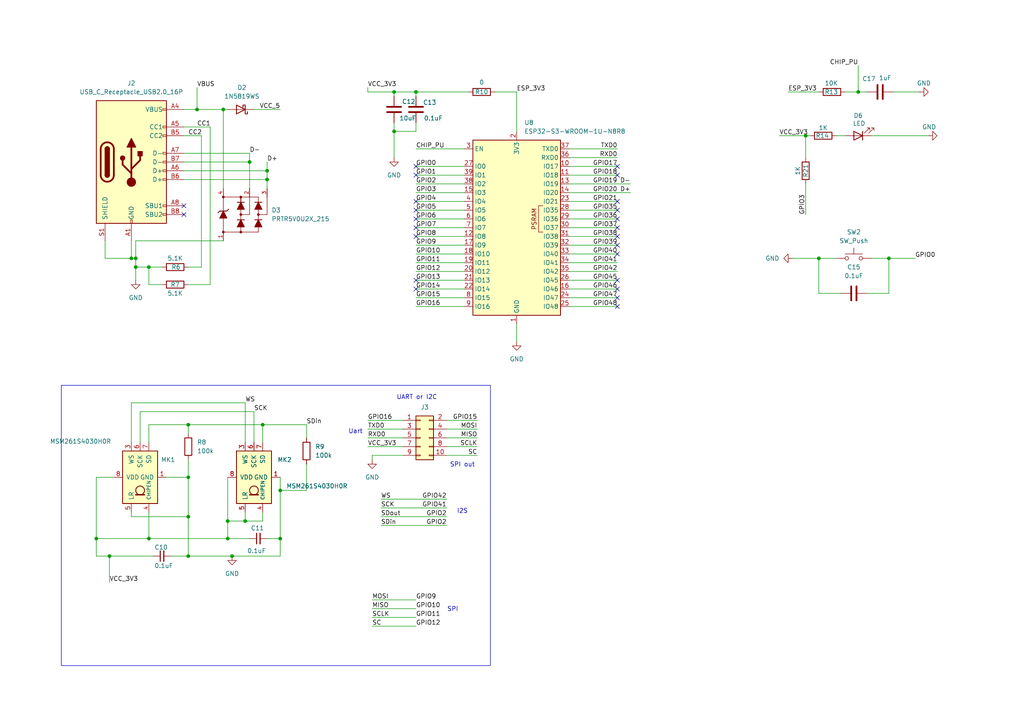
<source format=kicad_sch>
(kicad_sch (version 20231120) (generator "eeschema") (generator_version "8.0")
  (paper "A4")
  (lib_symbols
    (symbol "CMM-4030D-261-I2S-TR:CMM-4030D-261-I2S-TR" (pin_names (offset 1.016))
      (property "Reference" "MK" (at -6.35 4.826 0))
      (property "Value" "CMM-4030D-261-I2S-TR" (at 2.794 -9.144 0))
      (symbol "CMM-4030D-261-I2S-TR_1_0"
        (pin input line (at -8.89 -3.81 0) (length 2.54) (name "CHIPEN") (number "4"))
      )
      (symbol "CMM-4030D-261-I2S-TR_1_1"
        (rectangle (start -6.35 3.81) (end 8.89 -6.35) (stroke (width 0.254)) (fill (type background)))
        (circle (center -2.54 -1.27) (radius 1.27) (stroke (width 0.254)))
        (polyline (pts (xy -3.81 0) (xy -3.81 -2.54)) (stroke (width 0.381)))
        (pin power_in line (at 1.27 -8.89 90) (length 2.54) (name "GND") (number "1"))
        (pin input line (at 11.43 1.27 180) (length 2.54) (name "WS") (number "3"))
        (pin input line (at -8.89 1.27 0) (length 2.54) (name "LR") (number "5"))
        (pin input line (at 11.43 -1.27 180) (length 2.54) (name "SCK") (number "6"))
        (pin output line (at 11.43 -3.81 180) (length 2.54) (name "SD") (number "7"))
        (pin power_in line (at 1.27 6.35 270) (length 2.54) (name "VDD") (number "8"))
      )
    )
    (symbol "Connector:USB_C_Receptacle_USB2.0_16P" (pin_names (offset 1.016))
      (property "Reference" "J" (at 0 22.225 0))
      (property "Value" "USB_C_Receptacle_USB2.0_16P" (at 0 19.685 0))
      (symbol "USB_C_Receptacle_USB2.0_16P_0_0"
        (rectangle (start -0.254 -17.78) (end 0.254 -16.764))
        (rectangle (start 10.16 -14.986) (end 9.144 -15.494))
        (rectangle (start 10.16 -12.446) (end 9.144 -12.954))
        (rectangle (start 10.16 -4.826) (end 9.144 -5.334))
        (rectangle (start 10.16 -2.286) (end 9.144 -2.794))
        (rectangle (start 10.16 0.254) (end 9.144 -0.254))
        (rectangle (start 10.16 2.794) (end 9.144 2.286))
        (rectangle (start 10.16 7.874) (end 9.144 7.366))
        (rectangle (start 10.16 10.414) (end 9.144 9.906))
        (rectangle (start 10.16 15.494) (end 9.144 14.986))
      )
      (symbol "USB_C_Receptacle_USB2.0_16P_0_1"
        (rectangle (start -10.16 17.78) (end 10.16 -17.78) (stroke (width 0.254)) (fill (type background)))
        (arc (start -8.89 -3.81) (mid -6.985 -5.7067) (end -5.08 -3.81) (stroke (width 0.508)))
        (arc (start -7.62 -3.81) (mid -6.985 -4.4423) (end -6.35 -3.81) (stroke (width 0.254)))
        (arc (start -7.62 -3.81) (mid -6.985 -4.4423) (end -6.35 -3.81) (stroke (width 0.254)) (fill (type outline)))
        (rectangle (start -7.62 -3.81) (end -6.35 3.81) (stroke (width 0.254)) (fill (type outline)))
        (arc (start -6.35 3.81) (mid -6.985 4.4423) (end -7.62 3.81) (stroke (width 0.254)))
        (arc (start -6.35 3.81) (mid -6.985 4.4423) (end -7.62 3.81) (stroke (width 0.254)) (fill (type outline)))
        (arc (start -5.08 3.81) (mid -6.985 5.7067) (end -8.89 3.81) (stroke (width 0.508)))
        (circle (center -2.54 1.143) (radius 0.635) (stroke (width 0.254)) (fill (type outline)))
        (circle (center 0 -5.842) (radius 1.27) (fill (type outline)))
        (polyline (pts (xy -8.89 -3.81) (xy -8.89 3.81)) (stroke (width 0.508)))
        (polyline (pts (xy -5.08 3.81) (xy -5.08 -3.81)) (stroke (width 0.508)))
        (polyline (pts (xy 0 -5.842) (xy 0 4.318)) (stroke (width 0.508)))
        (polyline (pts (xy 0 -3.302) (xy -2.54 -0.762) (xy -2.54 0.508)) (stroke (width 0.508)))
        (polyline (pts (xy 0 -2.032) (xy 2.54 0.508) (xy 2.54 1.778)) (stroke (width 0.508)))
        (polyline (pts (xy -1.27 4.318) (xy 0 6.858) (xy 1.27 4.318) (xy -1.27 4.318)) (stroke (width 0.254)) (fill (type outline)))
        (rectangle (start 1.905 1.778) (end 3.175 3.048) (stroke (width 0.254)) (fill (type outline)))
      )
      (symbol "USB_C_Receptacle_USB2.0_16P_1_1"
        (pin passive line (at 0 -22.86 90) (length 5.08) (name "GND") (number "A1"))
        (pin passive line (at 0 -22.86 90) (length 5.08) hide (name "GND") (number "A12"))
        (pin passive line (at 15.24 15.24 180) (length 5.08) (name "VBUS") (number "A4"))
        (pin bidirectional line (at 15.24 10.16 180) (length 5.08) (name "CC1") (number "A5"))
        (pin bidirectional line (at 15.24 -2.54 180) (length 5.08) (name "D+") (number "A6"))
        (pin bidirectional line (at 15.24 2.54 180) (length 5.08) (name "D-") (number "A7"))
        (pin bidirectional line (at 15.24 -12.7 180) (length 5.08) (name "SBU1") (number "A8"))
        (pin passive line (at 15.24 15.24 180) (length 5.08) hide (name "VBUS") (number "A9"))
        (pin passive line (at 0 -22.86 90) (length 5.08) hide (name "GND") (number "B1"))
        (pin passive line (at 0 -22.86 90) (length 5.08) hide (name "GND") (number "B12"))
        (pin passive line (at 15.24 15.24 180) (length 5.08) hide (name "VBUS") (number "B4"))
        (pin bidirectional line (at 15.24 7.62 180) (length 5.08) (name "CC2") (number "B5"))
        (pin bidirectional line (at 15.24 -5.08 180) (length 5.08) (name "D+") (number "B6"))
        (pin bidirectional line (at 15.24 0 180) (length 5.08) (name "D-") (number "B7"))
        (pin bidirectional line (at 15.24 -15.24 180) (length 5.08) (name "SBU2") (number "B8"))
        (pin passive line (at 15.24 15.24 180) (length 5.08) hide (name "VBUS") (number "B9"))
        (pin passive line (at -7.62 -22.86 90) (length 5.08) (name "SHIELD") (number "S1"))
      )
    )
    (symbol "Connector_Generic:Conn_02x05_Odd_Even" (pin_names (offset 1.016) hide)
      (property "Reference" "J" (at 1.27 7.62 0))
      (property "Value" "Conn_02x05_Odd_Even" (at 1.27 -7.62 0))
      (symbol "Conn_02x05_Odd_Even_1_1"
        (rectangle (start -1.27 -4.953) (end 0 -5.207) (stroke (width 0.1524)))
        (rectangle (start -1.27 -2.413) (end 0 -2.667) (stroke (width 0.1524)))
        (rectangle (start -1.27 0.127) (end 0 -0.127) (stroke (width 0.1524)))
        (rectangle (start -1.27 2.667) (end 0 2.413) (stroke (width 0.1524)))
        (rectangle (start -1.27 5.207) (end 0 4.953) (stroke (width 0.1524)))
        (rectangle (start -1.27 6.35) (end 3.81 -6.35) (stroke (width 0.254)) (fill (type background)))
        (rectangle (start 3.81 -4.953) (end 2.54 -5.207) (stroke (width 0.1524)))
        (rectangle (start 3.81 -2.413) (end 2.54 -2.667) (stroke (width 0.1524)))
        (rectangle (start 3.81 0.127) (end 2.54 -0.127) (stroke (width 0.1524)))
        (rectangle (start 3.81 2.667) (end 2.54 2.413) (stroke (width 0.1524)))
        (rectangle (start 3.81 5.207) (end 2.54 4.953) (stroke (width 0.1524)))
        (pin passive line (at -5.08 5.08 0) (length 3.81) (name "Pin_1") (number "1"))
        (pin passive line (at 7.62 -5.08 180) (length 3.81) (name "Pin_10") (number "10"))
        (pin passive line (at 7.62 5.08 180) (length 3.81) (name "Pin_2") (number "2"))
        (pin passive line (at -5.08 2.54 0) (length 3.81) (name "Pin_3") (number "3"))
        (pin passive line (at 7.62 2.54 180) (length 3.81) (name "Pin_4") (number "4"))
        (pin passive line (at -5.08 0 0) (length 3.81) (name "Pin_5") (number "5"))
        (pin passive line (at 7.62 0 180) (length 3.81) (name "Pin_6") (number "6"))
        (pin passive line (at -5.08 -2.54 0) (length 3.81) (name "Pin_7") (number "7"))
        (pin passive line (at 7.62 -2.54 180) (length 3.81) (name "Pin_8") (number "8"))
        (pin passive line (at -5.08 -5.08 0) (length 3.81) (name "Pin_9") (number "9"))
      )
    )
    (symbol "Device:C" (pin_numbers hide) (pin_names (offset 0.254))
      (property "Reference" "C" (at 0.635 2.54 0))
      (property "Value" "C" (at 0.635 -2.54 0))
      (symbol "C_0_1"
        (polyline (pts (xy -2.032 -0.762) (xy 2.032 -0.762)) (stroke (width 0.508)))
        (polyline (pts (xy -2.032 0.762) (xy 2.032 0.762)) (stroke (width 0.508)))
      )
      (symbol "C_1_1"
        (pin passive line (at 0 3.81 270) (length 2.794) (name "~") (number "1"))
        (pin passive line (at 0 -3.81 90) (length 2.794) (name "~") (number "2"))
      )
    )
    (symbol "Device:C_Small" (pin_numbers hide) (pin_names (offset 0.254) hide)
      (property "Reference" "C" (at 0.254 1.778 0))
      (property "Value" "C_Small" (at 0.254 -2.032 0))
      (symbol "C_Small_0_1"
        (polyline (pts (xy -1.524 -0.508) (xy 1.524 -0.508)) (stroke (width 0.3302)))
        (polyline (pts (xy -1.524 0.508) (xy 1.524 0.508)) (stroke (width 0.3048)))
      )
      (symbol "C_Small_1_1"
        (pin passive line (at 0 2.54 270) (length 2.032) (name "~") (number "1"))
        (pin passive line (at 0 -2.54 90) (length 2.032) (name "~") (number "2"))
      )
    )
    (symbol "Device:LED" (pin_numbers hide) (pin_names (offset 1.016) hide)
      (property "Reference" "D" (at 0 2.54 0))
      (property "Value" "LED" (at 0 -2.54 0))
      (symbol "LED_0_1"
        (polyline (pts (xy -1.27 -1.27) (xy -1.27 1.27)) (stroke (width 0.254)))
        (polyline (pts (xy -1.27 0) (xy 1.27 0)))
        (polyline (pts (xy 1.27 -1.27) (xy 1.27 1.27) (xy -1.27 0) (xy 1.27 -1.27)) (stroke (width 0.254)))
        (polyline (pts (xy -3.048 -0.762) (xy -4.572 -2.286) (xy -3.81 -2.286) (xy -4.572 -2.286) (xy -4.572 -1.524)))
        (polyline (pts (xy -1.778 -0.762) (xy -3.302 -2.286) (xy -2.54 -2.286) (xy -3.302 -2.286) (xy -3.302 -1.524)))
      )
      (symbol "LED_1_1"
        (pin passive line (at -3.81 0 0) (length 2.54) (name "K") (number "1"))
        (pin passive line (at 3.81 0 180) (length 2.54) (name "A") (number "2"))
      )
    )
    (symbol "Device:R" (pin_numbers hide) (pin_names (offset 0))
      (property "Reference" "R" (at 2.032 0 90))
      (property "Value" "R" (at 0 0 90))
      (symbol "R_0_1"
        (rectangle (start -1.016 -2.54) (end 1.016 2.54) (stroke (width 0.254)))
      )
      (symbol "R_1_1"
        (pin passive line (at 0 3.81 270) (length 1.27) (name "~") (number "1"))
        (pin passive line (at 0 -3.81 90) (length 1.27) (name "~") (number "2"))
      )
    )
    (symbol "Diode:1N5819WS" (pin_numbers hide) (pin_names (offset 1.016) hide)
      (property "Reference" "D" (at 0 2.54 0))
      (property "Value" "1N5819WS" (at 0 -2.54 0))
      (symbol "1N5819WS_0_1"
        (polyline (pts (xy 1.27 0) (xy -1.27 0)))
        (polyline (pts (xy 1.27 1.27) (xy 1.27 -1.27) (xy -1.27 0) (xy 1.27 1.27)) (stroke (width 0.254)))
        (polyline (pts (xy -1.905 0.635) (xy -1.905 1.27) (xy -1.27 1.27) (xy -1.27 -1.27) (xy -0.635 -1.27) (xy -0.635 -0.635)) (stroke (width 0.254)))
      )
      (symbol "1N5819WS_1_1"
        (pin passive line (at -3.81 0 0) (length 2.54) (name "K") (number "1"))
        (pin passive line (at 3.81 0 180) (length 2.54) (name "A") (number "2"))
      )
    )
    (symbol "PRTR5V0U2X_215:PRTR5V0U2X_215" (pin_names (offset 1.016))
      (property "Reference" "D" (at -2.5474 -7.5404 0))
      (property "Value" "PRTR5V0U2X_215" (at -2.543 -10.3245 0))
      (symbol "PRTR5V0U2X_215_0_0"
        (circle (center -5.08 -5.08) (radius 0.254) (stroke (width 0.254)))
        (circle (center -5.08 5.08) (radius 0.254) (stroke (width 0.254)))
        (circle (center 0 -5.08) (radius 0.254) (stroke (width 0.254)))
        (polyline (pts (xy -6.096 1.016) (xy -6.604 0.508)) (stroke (width 0.254)))
        (polyline (pts (xy -6.096 1.016) (xy -5.08 1.016)) (stroke (width 0.254)))
        (polyline (pts (xy -5.08 -1.016) (xy -5.08 -7.62)) (stroke (width 0.1524)))
        (polyline (pts (xy -5.08 1.016) (xy -5.08 7.62)) (stroke (width 0.1524)))
        (polyline (pts (xy -5.08 1.016) (xy -4.064 1.016)) (stroke (width 0.254)))
        (polyline (pts (xy -4.064 1.016) (xy -3.556 1.524)) (stroke (width 0.254)))
        (polyline (pts (xy -1.016 -1.524) (xy 0 -1.524)) (stroke (width 0.254)))
        (polyline (pts (xy -1.016 3.556) (xy 0 3.556)) (stroke (width 0.254)))
        (polyline (pts (xy 0 -5.08) (xy -5.08 -5.08)) (stroke (width 0.1524)))
        (polyline (pts (xy 0 -3.556) (xy 0 -5.08)) (stroke (width 0.1524)))
        (polyline (pts (xy 0 -1.524) (xy 0 0)) (stroke (width 0.1524)))
        (polyline (pts (xy 0 -1.524) (xy 1.016 -1.524)) (stroke (width 0.254)))
        (polyline (pts (xy 0 0) (xy 0 1.524)) (stroke (width 0.1524)))
        (polyline (pts (xy 0 0) (xy 2.54 0)) (stroke (width 0.1524)))
        (polyline (pts (xy 0 3.556) (xy 0 5.08)) (stroke (width 0.254)))
        (polyline (pts (xy 0 3.556) (xy 1.016 3.556)) (stroke (width 0.254)))
        (polyline (pts (xy 0 5.08) (xy -5.08 5.08)) (stroke (width 0.1524)))
        (polyline (pts (xy 2.54 0) (xy 2.54 7.62)) (stroke (width 0.1524)))
        (polyline (pts (xy 4.064 -1.524) (xy 5.08 -1.524)) (stroke (width 0.254)))
        (polyline (pts (xy 4.064 3.556) (xy 5.08 3.556)) (stroke (width 0.254)))
        (polyline (pts (xy 5.08 -5.08) (xy 0 -5.08)) (stroke (width 0.1524)))
        (polyline (pts (xy 5.08 -3.556) (xy 5.08 -5.08)) (stroke (width 0.1524)))
        (polyline (pts (xy 5.08 -1.524) (xy 5.08 0)) (stroke (width 0.1524)))
        (polyline (pts (xy 5.08 -1.524) (xy 6.096 -1.524)) (stroke (width 0.254)))
        (polyline (pts (xy 5.08 0) (xy 5.08 1.524)) (stroke (width 0.1524)))
        (polyline (pts (xy 5.08 0) (xy 7.62 0)) (stroke (width 0.1524)))
        (polyline (pts (xy 5.08 3.556) (xy 5.08 5.08)) (stroke (width 0.1524)))
        (polyline (pts (xy 5.08 3.556) (xy 6.096 3.556)) (stroke (width 0.254)))
        (polyline (pts (xy 5.08 5.08) (xy 0 5.08)) (stroke (width 0.1524)))
        (polyline (pts (xy 7.62 0) (xy 7.62 7.62)) (stroke (width 0.1524)))
        (polyline (pts (xy -6.096 -1.016) (xy -5.08 1.016) (xy -4.064 -1.016) (xy -6.096 -1.016)) (stroke (width 0.254)) (fill (type outline)))
        (polyline (pts (xy -1.016 -3.556) (xy 0 -1.524) (xy 1.016 -3.556) (xy -1.016 -3.556)) (stroke (width 0.254)) (fill (type outline)))
        (polyline (pts (xy -1.016 1.524) (xy 0 3.556) (xy 1.016 1.524) (xy -1.016 1.524)) (stroke (width 0.254)) (fill (type outline)))
        (polyline (pts (xy 4.064 -3.556) (xy 5.08 -1.524) (xy 6.096 -3.556) (xy 4.064 -3.556)) (stroke (width 0.254)) (fill (type outline)))
        (polyline (pts (xy 4.064 1.524) (xy 5.08 3.556) (xy 6.096 1.524) (xy 4.064 1.524)) (stroke (width 0.254)) (fill (type outline)))
        (circle (center 0 0) (radius 0.254) (stroke (width 0.254)))
        (circle (center 0 5.08) (radius 0.254) (stroke (width 0.254)))
        (circle (center 5.08 0) (radius 0.254) (stroke (width 0.254)))
        (pin passive line (at -5.08 -7.62 90) (length 2.54) (name "~") (number "1"))
        (pin passive line (at 2.54 7.62 270) (length 2.54) (name "~") (number "2"))
        (pin passive line (at 7.62 7.62 270) (length 2.54) (name "~") (number "3"))
        (pin passive line (at -5.08 7.62 270) (length 2.54) (name "~") (number "4"))
      )
    )
    (symbol "RF_Module:ESP32-S3-WROOM-1"
      (property "Reference" "U" (at -12.7 26.67 0))
      (property "Value" "ESP32-S3-WROOM-1" (at 12.7 26.67 0))
      (symbol "ESP32-S3-WROOM-1_0_0"
        (rectangle (start -12.7 25.4) (end 12.7 -25.4) (stroke (width 0.254)) (fill (type background)))
        (text "PSRAM" (at 5.08 2.54 900) (effects (font (size 1.27 1.27))))
      )
      (symbol "ESP32-S3-WROOM-1_0_1"
        (polyline (pts (xy 7.62 -1.27) (xy 6.35 -1.27) (xy 6.35 6.35) (xy 7.62 6.35)))
      )
      (symbol "ESP32-S3-WROOM-1_1_1"
        (pin power_in line (at 0 -27.94 90) (length 2.54) (name "GND") (number "1"))
        (pin bidirectional line (at 15.24 17.78 180) (length 2.54) (name "IO17") (number "10"))
        (pin bidirectional line (at 15.24 15.24 180) (length 2.54) (name "IO18") (number "11"))
        (pin bidirectional line (at -15.24 -2.54 0) (length 2.54) (name "IO8") (number "12"))
        (pin bidirectional line (at 15.24 12.7 180) (length 2.54) (name "IO19") (number "13"))
        (pin bidirectional line (at 15.24 10.16 180) (length 2.54) (name "IO20") (number "14"))
        (pin bidirectional line (at -15.24 10.16 0) (length 2.54) (name "IO3") (number "15"))
        (pin bidirectional line (at 15.24 -17.78 180) (length 2.54) (name "IO46") (number "16"))
        (pin bidirectional line (at -15.24 -5.08 0) (length 2.54) (name "IO9") (number "17"))
        (pin bidirectional line (at -15.24 -7.62 0) (length 2.54) (name "IO10") (number "18"))
        (pin bidirectional line (at -15.24 -10.16 0) (length 2.54) (name "IO11") (number "19"))
        (pin power_in line (at 0 27.94 270) (length 2.54) (name "3V3") (number "2"))
        (pin bidirectional line (at -15.24 -12.7 0) (length 2.54) (name "IO12") (number "20"))
        (pin bidirectional line (at -15.24 -15.24 0) (length 2.54) (name "IO13") (number "21"))
        (pin bidirectional line (at -15.24 -17.78 0) (length 2.54) (name "IO14") (number "22"))
        (pin bidirectional line (at 15.24 7.62 180) (length 2.54) (name "IO21") (number "23"))
        (pin bidirectional line (at 15.24 -20.32 180) (length 2.54) (name "IO47") (number "24"))
        (pin bidirectional line (at 15.24 -22.86 180) (length 2.54) (name "IO48") (number "25"))
        (pin bidirectional line (at 15.24 -15.24 180) (length 2.54) (name "IO45") (number "26"))
        (pin bidirectional line (at -15.24 17.78 0) (length 2.54) (name "IO0") (number "27"))
        (pin bidirectional line (at 15.24 5.08 180) (length 2.54) (name "IO35") (number "28"))
        (pin bidirectional line (at 15.24 2.54 180) (length 2.54) (name "IO36") (number "29"))
        (pin input line (at -15.24 22.86 0) (length 2.54) (name "EN") (number "3"))
        (pin bidirectional line (at 15.24 0 180) (length 2.54) (name "IO37") (number "30"))
        (pin bidirectional line (at 15.24 -2.54 180) (length 2.54) (name "IO38") (number "31"))
        (pin bidirectional line (at 15.24 -5.08 180) (length 2.54) (name "IO39") (number "32"))
        (pin bidirectional line (at 15.24 -7.62 180) (length 2.54) (name "IO40") (number "33"))
        (pin bidirectional line (at 15.24 -10.16 180) (length 2.54) (name "IO41") (number "34"))
        (pin bidirectional line (at 15.24 -12.7 180) (length 2.54) (name "IO42") (number "35"))
        (pin bidirectional line (at 15.24 20.32 180) (length 2.54) (name "RXD0") (number "36"))
        (pin bidirectional line (at 15.24 22.86 180) (length 2.54) (name "TXD0") (number "37"))
        (pin bidirectional line (at -15.24 12.7 0) (length 2.54) (name "IO2") (number "38"))
        (pin bidirectional line (at -15.24 15.24 0) (length 2.54) (name "IO1") (number "39"))
        (pin bidirectional line (at -15.24 7.62 0) (length 2.54) (name "IO4") (number "4"))
        (pin passive line (at 0 -27.94 90) (length 2.54) hide (name "GND") (number "40"))
        (pin passive line (at 0 -27.94 90) (length 2.54) hide (name "GND") (number "41"))
        (pin bidirectional line (at -15.24 5.08 0) (length 2.54) (name "IO5") (number "5"))
        (pin bidirectional line (at -15.24 2.54 0) (length 2.54) (name "IO6") (number "6"))
        (pin bidirectional line (at -15.24 0 0) (length 2.54) (name "IO7") (number "7"))
        (pin bidirectional line (at -15.24 -20.32 0) (length 2.54) (name "IO15") (number "8"))
        (pin bidirectional line (at -15.24 -22.86 0) (length 2.54) (name "IO16") (number "9"))
      )
    )
    (symbol "Switch:SW_Push" (pin_numbers hide) (pin_names (offset 1.016) hide)
      (property "Reference" "SW" (at 1.27 2.54 0))
      (property "Value" "SW_Push" (at 0 -1.524 0))
      (symbol "SW_Push_0_1"
        (circle (center -2.032 0) (radius 0.508))
        (polyline (pts (xy 0 1.27) (xy 0 3.048)))
        (polyline (pts (xy 2.54 1.27) (xy -2.54 1.27)))
        (circle (center 2.032 0) (radius 0.508))
        (pin passive line (at -5.08 0 0) (length 2.54) (name "1") (number "1"))
        (pin passive line (at 5.08 0 180) (length 2.54) (name "2") (number "2"))
      )
    )
    (symbol "power:GND" (power) (pin_numbers hide) (pin_names (offset 0) hide)
      (property "Value" "GND" (at 0 -3.81 0))
      (symbol "GND_0_1"
        (polyline (pts (xy 0 0) (xy 0 -1.27) (xy 1.27 -1.27) (xy 0 -2.54) (xy -1.27 -1.27) (xy 0 -1.27)))
      )
      (symbol "GND_1_1"
        (pin power_in line (at 0 0 270) (length 0) (name "~") (number "1"))
      )
    )
  )
  (junction (at 54.61 123.19))
  (junction (at 43.18 156.21))
  (junction (at 77.47 52.07))
  (junction (at 114.3 38.1))
  (junction (at 233.68 39.37))
  (junction (at 114.3 26.67))
  (junction (at 39.37 77.47))
  (junction (at 77.47 49.53))
  (junction (at 120.65 26.67))
  (junction (at 54.61 149.86))
  (junction (at 248.92 26.67))
  (junction (at 71.12 151.13))
  (junction (at 39.37 74.93))
  (junction (at 43.18 77.47))
  (junction (at 66.04 156.21))
  (junction (at 64.77 31.75))
  (junction (at 57.15 31.75))
  (junction (at 38.1 74.93))
  (junction (at 31.75 161.29))
  (junction (at 72.39 46.99))
  (junction (at 54.61 138.43))
  (junction (at 81.28 142.24))
  (junction (at 237.49 74.93))
  (junction (at 81.28 156.21))
  (junction (at 76.2 123.19))
  (junction (at 66.04 151.13))
  (junction (at 67.31 161.29))
  (junction (at 27.94 156.21))
  (junction (at 257.81 74.93))
  (junction (at 54.61 161.29))
  (no_connect (at 179.07 48.26))
  (no_connect (at 179.07 68.58))
  (no_connect (at 120.65 50.8))
  (no_connect (at 120.65 58.42))
  (no_connect (at 179.07 66.04))
  (no_connect (at 120.65 66.04))
  (no_connect (at 120.65 48.26))
  (no_connect (at 179.07 86.36))
  (no_connect (at 120.65 83.82))
  (no_connect (at 179.07 81.28))
  (no_connect (at 53.34 59.69))
  (no_connect (at 179.07 58.42))
  (no_connect (at 179.07 60.96))
  (no_connect (at 120.65 63.5))
  (no_connect (at 53.34 62.23))
  (no_connect (at 179.07 50.8))
  (no_connect (at 179.07 71.12))
  (no_connect (at 179.07 63.5))
  (no_connect (at 179.07 73.66))
  (no_connect (at 120.65 81.28))
  (no_connect (at 120.65 68.58))
  (no_connect (at 179.07 83.82))
  (no_connect (at 120.65 60.96))
  (no_connect (at 179.07 88.9))
  (wire (pts (xy 64.77 31.75) (xy 64.77 54.61)))
  (wire (pts (xy 38.1 149.86) (xy 38.1 148.59)))
  (wire (pts (xy 233.68 62.23) (xy 233.68 53.34)))
  (wire (pts (xy 107.95 181.61) (xy 120.65 181.61)))
  (wire (pts (xy 38.1 69.85) (xy 38.1 74.93)))
  (wire (pts (xy 107.95 132.08) (xy 107.95 133.35)))
  (wire (pts (xy 60.96 82.55) (xy 54.61 82.55)))
  (wire (pts (xy 39.37 69.85) (xy 64.77 69.85)))
  (wire (pts (xy 114.3 35.56) (xy 114.3 38.1)))
  (wire (pts (xy 106.68 127) (xy 116.84 127)))
  (wire (pts (xy 43.18 156.21) (xy 66.04 156.21)))
  (wire (pts (xy 76.2 123.19) (xy 88.9 123.19)))
  (wire (pts (xy 27.94 161.29) (xy 27.94 156.21)))
  (wire (pts (xy 116.84 121.92) (xy 106.68 121.92)))
  (wire (pts (xy 179.07 50.8) (xy 165.1 50.8)))
  (wire (pts (xy 237.49 74.93) (xy 237.49 85.09)))
  (wire (pts (xy 106.68 26.67) (xy 114.3 26.67)))
  (wire (pts (xy 66.04 151.13) (xy 66.04 138.43)))
  (wire (pts (xy 43.18 82.55) (xy 43.18 77.47)))
  (wire (pts (xy 33.02 138.43) (xy 27.94 138.43)))
  (wire (pts (xy 114.3 26.67) (xy 120.65 26.67)))
  (wire (pts (xy 43.18 128.27) (xy 43.18 123.19)))
  (wire (pts (xy 48.26 138.43) (xy 54.61 138.43)))
  (wire (pts (xy 248.92 26.67) (xy 251.46 26.67)))
  (wire (pts (xy 120.65 26.67) (xy 120.65 27.94)))
  (wire (pts (xy 245.11 26.67) (xy 248.92 26.67)))
  (wire (pts (xy 114.3 26.67) (xy 114.3 27.94)))
  (wire (pts (xy 39.37 77.47) (xy 43.18 77.47)))
  (wire (pts (xy 165.1 63.5) (xy 179.07 63.5)))
  (wire (pts (xy 165.1 78.74) (xy 179.07 78.74)))
  (wire (pts (xy 39.37 77.47) (xy 39.37 74.93)))
  (wire (pts (xy 165.1 86.36) (xy 179.07 86.36)))
  (wire (pts (xy 229.87 74.93) (xy 237.49 74.93)))
  (wire (pts (xy 120.65 48.26) (xy 134.62 48.26)))
  (wire (pts (xy 40.64 119.38) (xy 73.66 119.38)))
  (wire (pts (xy 165.1 81.28) (xy 179.07 81.28)))
  (wire (pts (xy 237.49 74.93) (xy 242.57 74.93)))
  (wire (pts (xy 252.73 39.37) (xy 269.24 39.37)))
  (wire (pts (xy 27.94 138.43) (xy 27.94 156.21)))
  (wire (pts (xy 120.65 58.42) (xy 134.62 58.42)))
  (wire (pts (xy 265.43 74.93) (xy 257.81 74.93)))
  (wire (pts (xy 226.06 39.37) (xy 233.68 39.37)))
  (wire (pts (xy 165.1 43.18) (xy 179.07 43.18)))
  (wire (pts (xy 66.04 151.13) (xy 71.12 151.13)))
  (wire (pts (xy 120.65 26.67) (xy 135.89 26.67)))
  (wire (pts (xy 107.95 179.07) (xy 120.65 179.07)))
  (wire (pts (xy 138.43 132.08) (xy 129.54 132.08)))
  (wire (pts (xy 39.37 69.85) (xy 39.37 74.93)))
  (wire (pts (xy 116.84 132.08) (xy 107.95 132.08)))
  (wire (pts (xy 77.47 52.07) (xy 77.47 54.61)))
  (wire (pts (xy 165.1 88.9) (xy 179.07 88.9)))
  (wire (pts (xy 257.81 74.93) (xy 252.73 74.93)))
  (wire (pts (xy 106.68 129.54) (xy 116.84 129.54)))
  (wire (pts (xy 66.04 151.13) (xy 66.04 156.21)))
  (wire (pts (xy 233.68 39.37) (xy 234.95 39.37)))
  (wire (pts (xy 243.84 85.09) (xy 237.49 85.09)))
  (wire (pts (xy 107.95 173.99) (xy 120.65 173.99)))
  (wire (pts (xy 88.9 123.19) (xy 88.9 127)))
  (wire (pts (xy 53.34 46.99) (xy 72.39 46.99)))
  (wire (pts (xy 58.42 39.37) (xy 58.42 77.47)))
  (wire (pts (xy 38.1 116.84) (xy 38.1 128.27)))
  (wire (pts (xy 53.34 44.45) (xy 72.39 44.45)))
  (wire (pts (xy 39.37 81.28) (xy 39.37 77.47)))
  (wire (pts (xy 120.65 71.12) (xy 134.62 71.12)))
  (wire (pts (xy 138.43 127) (xy 129.54 127)))
  (wire (pts (xy 149.86 93.98) (xy 149.86 99.06)))
  (wire (pts (xy 129.54 121.92) (xy 138.43 121.92)))
  (wire (pts (xy 228.6 26.67) (xy 237.49 26.67)))
  (wire (pts (xy 251.46 85.09) (xy 257.81 85.09)))
  (wire (pts (xy 106.68 25.4) (xy 106.68 26.67)))
  (wire (pts (xy 233.68 39.37) (xy 233.68 45.72)))
  (wire (pts (xy 53.34 49.53) (xy 77.47 49.53)))
  (wire (pts (xy 120.65 78.74) (xy 134.62 78.74)))
  (wire (pts (xy 106.68 124.46) (xy 116.84 124.46)))
  (wire (pts (xy 120.65 68.58) (xy 134.62 68.58)))
  (wire (pts (xy 38.1 149.86) (xy 54.61 149.86)))
  (wire (pts (xy 110.49 149.86) (xy 129.54 149.86)))
  (wire (pts (xy 138.43 129.54) (xy 129.54 129.54)))
  (wire (pts (xy 120.65 81.28) (xy 134.62 81.28)))
  (wire (pts (xy 165.1 55.88) (xy 182.88 55.88)))
  (wire (pts (xy 88.9 134.62) (xy 88.9 142.24)))
  (wire (pts (xy 165.1 76.2) (xy 179.07 76.2)))
  (wire (pts (xy 120.65 43.18) (xy 134.62 43.18)))
  (wire (pts (xy 71.12 116.84) (xy 38.1 116.84)))
  (wire (pts (xy 53.34 52.07) (xy 77.47 52.07)))
  (wire (pts (xy 129.54 124.46) (xy 138.43 124.46)))
  (wire (pts (xy 165.1 71.12) (xy 179.07 71.12)))
  (wire (pts (xy 53.34 39.37) (xy 58.42 39.37)))
  (wire (pts (xy 81.28 161.29) (xy 81.28 156.21)))
  (wire (pts (xy 76.2 151.13) (xy 71.12 151.13)))
  (wire (pts (xy 120.65 83.82) (xy 134.62 83.82)))
  (wire (pts (xy 165.1 68.58) (xy 179.07 68.58)))
  (wire (pts (xy 107.95 176.53) (xy 120.65 176.53)))
  (wire (pts (xy 114.3 38.1) (xy 114.3 45.72)))
  (wire (pts (xy 43.18 148.59) (xy 43.18 156.21)))
  (wire (pts (xy 165.1 60.96) (xy 179.07 60.96)))
  (wire (pts (xy 57.15 31.75) (xy 64.77 31.75)))
  (wire (pts (xy 120.65 76.2) (xy 134.62 76.2)))
  (wire (pts (xy 71.12 148.59) (xy 71.12 151.13)))
  (wire (pts (xy 76.2 123.19) (xy 76.2 128.27)))
  (wire (pts (xy 27.94 156.21) (xy 43.18 156.21)))
  (wire (pts (xy 165.1 73.66) (xy 179.07 73.66)))
  (wire (pts (xy 64.77 31.75) (xy 66.04 31.75)))
  (wire (pts (xy 165.1 58.42) (xy 179.07 58.42)))
  (wire (pts (xy 248.92 26.67) (xy 248.92 19.05)))
  (wire (pts (xy 165.1 66.04) (xy 179.07 66.04)))
  (wire (pts (xy 257.81 85.09) (xy 257.81 74.93)))
  (wire (pts (xy 77.47 49.53) (xy 77.47 52.07)))
  (wire (pts (xy 81.28 142.24) (xy 81.28 138.43)))
  (wire (pts (xy 54.61 133.35) (xy 54.61 138.43)))
  (wire (pts (xy 120.65 73.66) (xy 134.62 73.66)))
  (wire (pts (xy 110.49 147.32) (xy 129.54 147.32)))
  (wire (pts (xy 72.39 46.99) (xy 72.39 54.61)))
  (wire (pts (xy 110.49 152.4) (xy 129.54 152.4)))
  (wire (pts (xy 53.34 31.75) (xy 57.15 31.75)))
  (wire (pts (xy 73.66 119.38) (xy 73.66 128.27)))
  (wire (pts (xy 120.65 86.36) (xy 134.62 86.36)))
  (wire (pts (xy 120.65 53.34) (xy 134.62 53.34)))
  (wire (pts (xy 31.75 168.91) (xy 31.75 161.29)))
  (wire (pts (xy 67.31 161.29) (xy 81.28 161.29)))
  (wire (pts (xy 66.04 156.21) (xy 72.39 156.21)))
  (wire (pts (xy 81.28 156.21) (xy 81.28 142.24)))
  (wire (pts (xy 149.86 38.1) (xy 149.86 26.67)))
  (wire (pts (xy 120.65 60.96) (xy 134.62 60.96)))
  (wire (pts (xy 54.61 123.19) (xy 54.61 125.73)))
  (wire (pts (xy 165.1 83.82) (xy 179.07 83.82)))
  (wire (pts (xy 58.42 77.47) (xy 54.61 77.47)))
  (wire (pts (xy 43.18 77.47) (xy 46.99 77.47)))
  (wire (pts (xy 60.96 36.83) (xy 60.96 82.55)))
  (wire (pts (xy 143.51 26.67) (xy 149.86 26.67)))
  (wire (pts (xy 53.34 36.83) (xy 60.96 36.83)))
  (wire (pts (xy 54.61 149.86) (xy 54.61 161.29)))
  (wire (pts (xy 242.57 39.37) (xy 245.11 39.37)))
  (wire (pts (xy 165.1 53.34) (xy 182.88 53.34)))
  (wire (pts (xy 120.65 35.56) (xy 120.65 38.1)))
  (wire (pts (xy 43.18 123.19) (xy 54.61 123.19)))
  (wire (pts (xy 72.39 44.45) (xy 72.39 46.99)))
  (wire (pts (xy 120.65 55.88) (xy 134.62 55.88)))
  (wire (pts (xy 77.47 46.99) (xy 77.47 49.53)))
  (wire (pts (xy 76.2 148.59) (xy 76.2 151.13)))
  (wire (pts (xy 44.45 161.29) (xy 31.75 161.29)))
  (wire (pts (xy 31.75 161.29) (xy 27.94 161.29)))
  (wire (pts (xy 54.61 123.19) (xy 76.2 123.19)))
  (wire (pts (xy 54.61 161.29) (xy 67.31 161.29)))
  (wire (pts (xy 259.08 26.67) (xy 266.7 26.67)))
  (wire (pts (xy 71.12 128.27) (xy 71.12 116.84)))
  (wire (pts (xy 46.99 82.55) (xy 43.18 82.55)))
  (wire (pts (xy 54.61 138.43) (xy 54.61 149.86)))
  (wire (pts (xy 120.65 50.8) (xy 134.62 50.8)))
  (wire (pts (xy 120.65 88.9) (xy 134.62 88.9)))
  (wire (pts (xy 57.15 25.4) (xy 57.15 31.75)))
  (wire (pts (xy 120.65 66.04) (xy 134.62 66.04)))
  (wire (pts (xy 40.64 119.38) (xy 40.64 128.27)))
  (wire (pts (xy 120.65 63.5) (xy 134.62 63.5)))
  (wire (pts (xy 120.65 38.1) (xy 114.3 38.1)))
  (wire (pts (xy 30.48 69.85) (xy 30.48 74.93)))
  (wire (pts (xy 179.07 48.26) (xy 165.1 48.26)))
  (wire (pts (xy 73.66 31.75) (xy 81.28 31.75)))
  (wire (pts (xy 38.1 74.93) (xy 39.37 74.93)))
  (wire (pts (xy 81.28 142.24) (xy 88.9 142.24)))
  (wire (pts (xy 49.53 161.29) (xy 54.61 161.29)))
  (wire (pts (xy 30.48 74.93) (xy 38.1 74.93)))
  (wire (pts (xy 110.49 144.78) (xy 129.54 144.78)))
  (wire (pts (xy 165.1 45.72) (xy 179.07 45.72)))
  (wire (pts (xy 77.47 156.21) (xy 81.28 156.21)))
  (rectangle (start 17.78 111.76) (end 142.24 193.04))
  (text "Uart\n" (at 103.124 125.222 0) (effects (font (size 1.27 1.27))))
  (text "UART or I2C\n" (at 120.904 115.316 0) (effects (font (size 1.27 1.27))))
  (text "I2S" (at 134.112 148.336 0) (effects (font (size 1.27 1.27))))
  (text "SPI out\n" (at 134.112 134.874 0) (effects (font (size 1.27 1.27))))
  (text "SPI\n" (at 131.318 176.784 0) (effects (font (size 1.27 1.27))))
  (label "GPIO21" (at 179.07 58.42 180))
  (label "GPIO15" (at 138.43 121.92 180))
  (label "SDin" (at 88.9 123.19 0))
  (label "GPIO6" (at 120.65 63.5 0))
  (label "SDin" (at 110.49 152.4 0))
  (label "GPIO3" (at 120.65 55.88 0))
  (label "GPIO11" (at 120.65 179.07 0))
  (label "GPIO7" (at 120.65 66.04 0))
  (label "SC" (at 138.43 132.08 180))
  (label "VCC_3V3" (at 31.75 168.91 0))
  (label "RXD0" (at 179.07 45.72 180))
  (label "VBUS" (at 57.15 25.4 0))
  (label "MOSI" (at 107.95 173.99 0))
  (label "GPIO37" (at 179.07 66.04 180))
  (label "VCC_5" (at 81.28 31.75 180))
  (label "GPIO39" (at 179.07 71.12 180))
  (label "WS" (at 110.49 144.78 0))
  (label "GPIO10" (at 120.65 73.66 0))
  (label "GPIO20" (at 179.07 55.88 180))
  (label "GPIO47" (at 179.07 86.36 180))
  (label "SCK" (at 73.66 119.38 0))
  (label "ESP_3V3" (at 149.86 26.67 0))
  (label "VCC_3V3" (at 106.68 25.4 0))
  (label "GPIO42" (at 179.07 78.74 180))
  (label "CHIP_PU" (at 248.92 19.05 180))
  (label "GPIO8" (at 120.65 68.58 0))
  (label "GPIO35" (at 179.07 60.96 180))
  (label "CC2" (at 54.61 39.37 0))
  (label "SCK" (at 110.49 147.32 0))
  (label "GPIO1" (at 120.65 50.8 0))
  (label "MISO" (at 138.43 127 180))
  (label "CC1" (at 57.15 36.83 0))
  (label "GPIO19" (at 179.07 53.34 180))
  (label "GPIO40" (at 179.07 73.66 180))
  (label "VCC_3V3" (at 106.68 129.54 0))
  (label "VCC_3V3" (at 226.06 39.37 0))
  (label "GPIO48" (at 179.07 88.9 180))
  (label "GPIO9" (at 120.65 173.99 0))
  (label "GPIO0" (at 265.43 74.93 0) (property "Netclass" "GPIO0" (effects (hide yes))))
  (label "D+" (at 182.88 55.88 180))
  (label "GPIO16" (at 106.68 121.92 0))
  (label "GPIO5" (at 120.65 60.96 0))
  (label "GPIO18" (at 179.07 50.8 180))
  (label "GPIO12" (at 120.65 181.61 0))
  (label "GPIO17" (at 179.07 48.26 180))
  (label "GPIO14" (at 120.65 83.82 0))
  (label "RXD0" (at 106.68 127 0))
  (label "GPIO10" (at 120.65 176.53 0))
  (label "GPIO41" (at 129.54 147.32 180))
  (label "D-" (at 182.88 53.34 180))
  (label "GPIO2" (at 120.65 53.34 0))
  (label "GPIO15" (at 120.65 86.36 0))
  (label "GPIO2" (at 129.54 152.4 180))
  (label "GPIO3" (at 233.68 62.23 90))
  (label "ESP_3V3" (at 228.6 26.67 0))
  (label "GPIO38" (at 179.07 68.58 180))
  (label "GPIO41" (at 179.07 76.2 180))
  (label "TXD0" (at 106.68 124.46 0))
  (label "SDout" (at 110.49 149.86 0))
  (label "GPIO4" (at 120.65 58.42 0))
  (label "GPIO0" (at 120.65 48.26 0) (property "Netclass" "GPIO0" (effects (hide yes))))
  (label "GPIO9" (at 120.65 71.12 0))
  (label "SCLK" (at 138.43 129.54 180))
  (label "D-" (at 72.39 44.45 0))
  (label "GPIO2" (at 129.54 149.86 180))
  (label "GPIO16" (at 120.65 88.9 0))
  (label "GPIO36" (at 179.07 63.5 180))
  (label "CHIP_PU" (at 120.65 43.18 0))
  (label "GPIO12" (at 120.65 78.74 0))
  (label "GPIO46" (at 179.07 83.82 180))
  (label "GPIO42" (at 129.54 144.78 180))
  (label "GPIO11" (at 120.65 76.2 0))
  (label "MOSI" (at 138.43 124.46 180))
  (label "TXD0" (at 179.07 43.18 180))
  (label "SC" (at 107.95 181.61 0))
  (label "SCLK" (at 107.95 179.07 0))
  (label "D+" (at 77.47 46.99 0))
  (label "WS" (at 71.12 116.84 0))
  (label "MISO" (at 107.95 176.53 0))
  (label "GPIO13" (at 120.65 81.28 0))
  (label "GPIO45" (at 179.07 81.28 180))
  (symbol (lib_id "Device:C_Small") (at 74.93 156.21 90) (unit 1)
    (property "Reference" "C11" (at 74.676 153.162 90))
    (property "Value" "0.1uF" (at 74.422 159.766 90))
    (property "Footprint" "Capacitor_SMD:C_0805_2012Metric_Pad1.18x1.45mm_HandSolder" (effects (hide yes)))
    (property "Description" "Unpolarized capacitor, small symbol" (effects (hide yes)))
  )
  (symbol (lib_id "Device:R") (at 241.3 26.67 270) (unit 1)
    (property "Reference" "R13" (at 243.078 26.67 90) (effects (justify right)))
    (property "Value" "10K" (at 243.078 24.13 90) (effects (justify right)))
    (property "Footprint" "Resistor_SMD:R_0603_1608Metric_Pad0.98x0.95mm_HandSolder" (effects (hide yes)))
    (property "Description" "Resistor" (effects (hide yes)))
  )
  (symbol (lib_id "Device:C") (at 114.3 31.75 0) (unit 1)
    (property "Reference" "C12" (at 116.586 29.464 0) (effects (justify left)))
    (property "Value" "10uF" (at 115.824 34.29 0) (effects (justify left)))
    (property "Footprint" "Capacitor_SMD:C_0805_2012Metric_Pad1.18x1.45mm_HandSolder" (effects (hide yes)))
    (property "Description" "Unpolarized capacitor" (effects (hide yes)))
  )
  (symbol (lib_id "Switch:SW_Push") (at 247.65 74.93 0) (unit 1)
    (property "Reference" "SW2" (at 247.65 67.31 0))
    (property "Value" "SW_Push" (at 247.65 69.85 0))
    (property "Footprint" "Button_Switch_SMD:SW_SPST_PTS647_Sx38" (effects (hide yes)))
    (property "Description" "Push button switch, generic, two pins" (effects (hide yes)))
  )
  (symbol (lib_id "power:GND") (at 266.7 26.67 90) (unit 1)
    (property "Reference" "#PWR019" (effects (hide yes)))
    (property "Value" "GND" (at 267.97 24.13 90))
    (property "Description" "Power symbol creates a global label with name \"GND\" , ground" (effects (hide yes)))
  )
  (symbol (lib_id "Connector_Generic:Conn_02x05_Odd_Even") (at 121.92 127 0) (unit 1)
    (property "Reference" "J3" (at 123.19 118.11 0))
    (property "Value" "Connector_Generic:Conn_02x05_Top_Bottom" (effects (hide yes)))
    (property "Footprint" "Connector_PinSocket_2.00mm:PinSocket_2x05_P2.00mm_Vertical" (effects (hide yes)))
    (property "Description" "Generic connector, double row, 02x05, odd/even pin numbering scheme (row 1 odd numbers, row 2 even numbers), script generated (kicad-library-utils/schlib/autogen/connector/)" (effects (hide yes)))
  )
  (symbol (lib_id "Connector:USB_C_Receptacle_USB2.0_16P") (at 38.1 46.99 0) (unit 1)
    (property "Reference" "J2" (at 38.1 24.13 0))
    (property "Value" "USB_C_Receptacle_USB2.0_16P" (at 38.1 26.67 0))
    (property "Footprint" "Library:HRO_TYPE-C-31-M-12" (effects (hide yes)))
    (property "Datasheet" "https://www.usb.org/sites/default/files/documents/usb_type-c.zip" (effects (hide yes)))
    (property "Description" "USB 2.0-only 16P Type-C Receptacle connector" (effects (hide yes)))
  )
  (symbol (lib_id "Device:C") (at 120.65 31.75 0) (unit 1)
    (property "Reference" "C13" (at 122.682 29.718 0) (effects (justify left)))
    (property "Value" "0.1uF" (at 122.936 34.29 0) (effects (justify left)))
    (property "Footprint" "Capacitor_SMD:C_0805_2012Metric_Pad1.18x1.45mm_HandSolder" (effects (hide yes)))
    (property "Description" "Unpolarized capacitor" (effects (hide yes)))
  )
  (symbol (lib_id "power:GND") (at 269.24 39.37 90) (unit 1)
    (property "Reference" "#PWR020" (effects (hide yes)))
    (property "Value" "GND" (at 269.494 36.83 90))
    (property "Description" "Power symbol creates a global label with name \"GND\" , ground" (effects (hide yes)))
  )
  (symbol (lib_id "power:GND") (at 39.37 81.28 0) (unit 1)
    (property "Reference" "#PWR05" (effects (hide yes)))
    (property "Value" "GND" (at 39.37 86.36 0))
    (property "Description" "Power symbol creates a global label with name \"GND\" , ground" (effects (hide yes)))
  )
  (symbol (lib_id "power:GND") (at 114.3 45.72 0) (unit 1)
    (property "Reference" "#PWR011" (effects (hide yes)))
    (property "Value" "GND" (at 114.3 50.8 0))
    (property "Description" "Power symbol creates a global label with name \"GND\" , ground" (effects (hide yes)))
  )
  (symbol (lib_id "Device:R") (at 50.8 82.55 90) (unit 1)
    (property "Reference" "R7" (at 50.8 82.55 90))
    (property "Value" "5.1K" (at 50.8 85.09 90))
    (property "Footprint" "Resistor_SMD:R_0805_2012Metric_Pad1.20x1.40mm_HandSolder" (effects (hide yes)))
    (property "Description" "Resistor" (effects (hide yes)))
  )
  (symbol (lib_id "RF_Module:ESP32-S3-WROOM-1") (at 149.86 66.04 0) (unit 1)
    (property "Reference" "U8" (at 152.0541 35.56 0) (effects (justify left)))
    (property "Value" "ESP32-S3-WROOM-1U-N8R8" (at 152.0541 38.1 0) (effects (justify left)))
    (property "Footprint" "PCM_Espressif:ESP32-S3-WROOM-1U" (effects (hide yes)))
    (property "Datasheet" "https://www.espressif.com/sites/default/files/documentation/esp32-s3-wroom-1_wroom-1u_datasheet_en.pdf" (effects (hide yes)))
    (property "Description" "RF Module, ESP32-S3 SoC, Wi-Fi 802.11b/g/n, Bluetooth, BLE, 32-bit, 3.3V, onboard antenna, SMD" (effects (hide yes)))
  )
  (symbol (lib_id "Device:LED") (at 248.92 39.37 180) (unit 1)
    (property "Reference" "D6" (at 248.92 33.528 0))
    (property "Value" "LED" (at 249.174 35.814 0))
    (property "Footprint" "LED_SMD:LED_0603_1608Metric_Pad1.05x0.95mm_HandSolder" (effects (hide yes)))
    (property "Description" "Light emitting diode" (effects (hide yes)))
  )
  (symbol (lib_id "Diode:1N5819WS") (at 69.85 31.75 180) (unit 1)
    (property "Reference" "D2" (at 70.1675 25.4 0))
    (property "Value" "1N5819WS" (at 70.1675 27.94 0))
    (property "Footprint" "Diode_SMD:D_SOD-323" (effects (hide yes)))
    (property "Datasheet" "https://datasheet.lcsc.com/lcsc/2204281430_Guangdong-Hottech-1N5819WS_C191023.pdf" (effects (hide yes)))
    (property "Description" "40V 600mV@1A 1A SOD-323 Schottky Barrier Diodes, SOD-323" (effects (hide yes)))
  )
  (symbol (lib_id "PRTR5V0U2X_215:PRTR5V0U2X_215") (at 69.85 62.23 0) (unit 1)
    (property "Reference" "D3" (at 78.74 60.9599 0) (effects (justify left)))
    (property "Value" "PRTR5V0U2X_215" (at 78.74 63.4999 0) (effects (justify left)))
    (property "Footprint" "Library:SOT143B" (effects (hide yes)))
  )
  (symbol (lib_id "CMM-4030D-261-I2S-TR:CMM-4030D-261-I2S-TR") (at 72.39 139.7 90) (unit 1)
    (property "Reference" "MK2" (at 82.55 133.35 90))
    (property "Value" "MSM261S4030H0R" (at 91.948 140.97 90))
    (property "Footprint" "CMM-4030D-261-I2S-TR:MIC_CMM-4030D-261-I2S-TR" (effects (hide yes)))
    (property "DigiKey_Part_Number" "2223-CMM-4030D-261-I2S-TR-ND" (effects (hide yes)))
    (property "SnapEDA_Link" "https://www.snapeda.com/parts/CMM-4030D-261-I2S-TR/Same+Sky/view-part/?ref=snap" (effects (hide yes)))
    (property "MAXIMUM_PACKAGE_HEIGHT" "1.4 mm" (effects (hide yes)))
    (property "Package" "Package" (effects (hide yes)))
    (property "Check_prices" "https://www.snapeda.com/parts/CMM-4030D-261-I2S-TR/Same+Sky/view-part/?ref=eda" (effects (hide yes)))
    (property "STANDARD" "Manufacturer Recommendations" (effects (hide yes)))
    (property "PARTREV" "1.0" (effects (hide yes)))
    (property "MF" "Same Sky" (effects (hide yes)))
    (property "MP" "CMM-4030D-261-I2S-TR" (effects (hide yes)))
    (property "Description_1" "\n                        \n                            4.0 x 3.0 mm, Omnidirectional, Top Port, Surface Mount, 2.6 Vdc, -26 ±1 dB, I²S, MEMS Microphone\n                        \n" (effects (hide yes)))
    (property "MANUFACTURER" "CUI Devices" (effects (hide yes)))
  )
  (symbol (lib_id "Device:R") (at 233.68 49.53 180) (unit 1)
    (property "Reference" "R21" (at 233.68 49.53 90))
    (property "Value" "1K" (at 231.394 49.53 90))
    (property "Footprint" "Resistor_SMD:R_0603_1608Metric_Pad0.98x0.95mm_HandSolder" (effects (hide yes)))
    (property "Description" "Resistor" (effects (hide yes)))
  )
  (symbol (lib_id "Device:R") (at 50.8 77.47 90) (unit 1)
    (property "Reference" "R6" (at 51.054 77.47 90))
    (property "Value" "5.1K" (at 50.8 74.93 90))
    (property "Footprint" "Resistor_SMD:R_0805_2012Metric_Pad1.20x1.40mm_HandSolder" (effects (hide yes)))
    (property "Description" "Resistor" (effects (hide yes)))
  )
  (symbol (lib_id "CMM-4030D-261-I2S-TR:CMM-4030D-261-I2S-TR") (at 39.37 139.7 90) (unit 1)
    (property "Reference" "MK1" (at 48.768 133.35 90))
    (property "Value" "MSM261S4030H0R" (at 23.368 128.016 90))
    (property "Footprint" "CMM-4030D-261-I2S-TR:MIC_CMM-4030D-261-I2S-TR" (effects (hide yes)))
    (property "DigiKey_Part_Number" "2223-CMM-4030D-261-I2S-TR-ND" (effects (hide yes)))
    (property "SnapEDA_Link" "https://www.snapeda.com/parts/CMM-4030D-261-I2S-TR/Same+Sky/view-part/?ref=snap" (effects (hide yes)))
    (property "MAXIMUM_PACKAGE_HEIGHT" "1.4 mm" (effects (hide yes)))
    (property "Package" "Package" (effects (hide yes)))
    (property "Check_prices" "https://www.snapeda.com/parts/CMM-4030D-261-I2S-TR/Same+Sky/view-part/?ref=eda" (effects (hide yes)))
    (property "STANDARD" "Manufacturer Recommendations" (effects (hide yes)))
    (property "PARTREV" "1.0" (effects (hide yes)))
    (property "MF" "Same Sky" (effects (hide yes)))
    (property "MP" "CMM-4030D-261-I2S-TR" (effects (hide yes)))
    (property "Description_1" "\n                        \n                            4.0 x 3.0 mm, Omnidirectional, Top Port, Surface Mount, 2.6 Vdc, -26 ±1 dB, I²S, MEMS Microphone\n                        \n" (effects (hide yes)))
    (property "MANUFACTURER" "CUI Devices" (effects (hide yes)))
  )
  (symbol (lib_id "Device:C_Small") (at 46.99 161.29 90) (unit 1)
    (property "Reference" "C10" (at 46.736 158.75 90))
    (property "Value" "0.1uF" (at 47.498 164.084 90))
    (property "Footprint" "Capacitor_SMD:C_0805_2012Metric_Pad1.18x1.45mm_HandSolder" (effects (hide yes)))
    (property "Description" "Unpolarized capacitor, small symbol" (effects (hide yes)))
  )
  (symbol (lib_id "power:GND") (at 229.87 74.93 270) (unit 1)
    (property "Reference" "#PWR017" (effects (hide yes)))
    (property "Value" "GND" (at 226.06 74.9299 90) (effects (justify right)))
    (property "Description" "Power symbol creates a global label with name \"GND\" , ground" (effects (hide yes)))
  )
  (symbol (lib_id "Device:R") (at 88.9 130.81 0) (unit 1)
    (property "Reference" "R9" (at 91.44 129.5399 0) (effects (justify left)))
    (property "Value" "100k" (at 91.44 132.0799 0) (effects (justify left)))
    (property "Footprint" "Resistor_SMD:R_0805_2012Metric_Pad1.20x1.40mm_HandSolder" (effects (hide yes)))
    (property "Description" "Resistor" (effects (hide yes)))
  )
  (symbol (lib_id "power:GND") (at 67.31 161.29 0) (unit 1)
    (property "Reference" "#PWR07" (effects (hide yes)))
    (property "Value" "GND" (at 67.31 166.37 0))
    (property "Description" "Power symbol creates a global label with name \"GND\" , ground" (effects (hide yes)))
  )
  (symbol (lib_id "power:GND") (at 107.95 133.35 0) (unit 1)
    (property "Reference" "#PWR010" (effects (hide yes)))
    (property "Value" "GND" (at 107.95 138.43 0))
    (property "Description" "Power symbol creates a global label with name \"GND\" , ground" (effects (hide yes)))
  )
  (symbol (lib_id "power:GND") (at 149.86 99.06 0) (unit 1)
    (property "Reference" "#PWR013" (effects (hide yes)))
    (property "Value" "GND" (at 149.86 104.14 0))
    (property "Description" "Power symbol creates a global label with name \"GND\" , ground" (effects (hide yes)))
  )
  (symbol (lib_id "Device:R") (at 238.76 39.37 90) (unit 1)
    (property "Reference" "R14" (at 238.506 39.37 90))
    (property "Value" "1K" (at 238.76 37.084 90))
    (property "Footprint" "Resistor_SMD:R_0603_1608Metric_Pad0.98x0.95mm_HandSolder" (effects (hide yes)))
    (property "Description" "Resistor" (effects (hide yes)))
  )
  (symbol (lib_id "Device:C") (at 247.65 85.09 90) (unit 1)
    (property "Reference" "C15" (at 247.65 77.47 90))
    (property "Value" "0.1uF" (at 247.65 80.01 90))
    (property "Footprint" "Capacitor_SMD:C_0805_2012Metric_Pad1.18x1.45mm_HandSolder" (effects (hide yes)))
    (property "Description" "Unpolarized capacitor" (effects (hide yes)))
  )
  (symbol (lib_id "Device:R") (at 54.61 129.54 0) (unit 1)
    (property "Reference" "R8" (at 57.15 128.2699 0) (effects (justify left)))
    (property "Value" "100k" (at 57.15 130.8099 0) (effects (justify left)))
    (property "Footprint" "Resistor_SMD:R_0805_2012Metric_Pad1.20x1.40mm_HandSolder" (effects (hide yes)))
    (property "Description" "Resistor" (effects (hide yes)))
  )
  (symbol (lib_id "Device:C") (at 255.27 26.67 90) (unit 1)
    (property "Reference" "C17" (at 253.9999 22.86 90) (effects (justify left)))
    (property "Value" "1uF" (at 258.572 22.606 90) (effects (justify left)))
    (property "Footprint" "Capacitor_SMD:C_0805_2012Metric_Pad1.18x1.45mm_HandSolder" (effects (hide yes)))
    (property "Description" "Unpolarized capacitor" (effects (hide yes)))
  )
  (symbol (lib_id "Device:R") (at 139.7 26.67 90) (unit 1)
    (property "Reference" "R10" (at 139.7 26.67 90))
    (property "Value" "0" (at 139.7 23.876 90))
    (property "Footprint" "Jumper:SolderJumper-2_P1.3mm_Open_RoundedPad1.0x1.5mm" (effects (hide yes)))
    (property "Description" "Resistor" (effects (hide yes)))
  )
)
</source>
